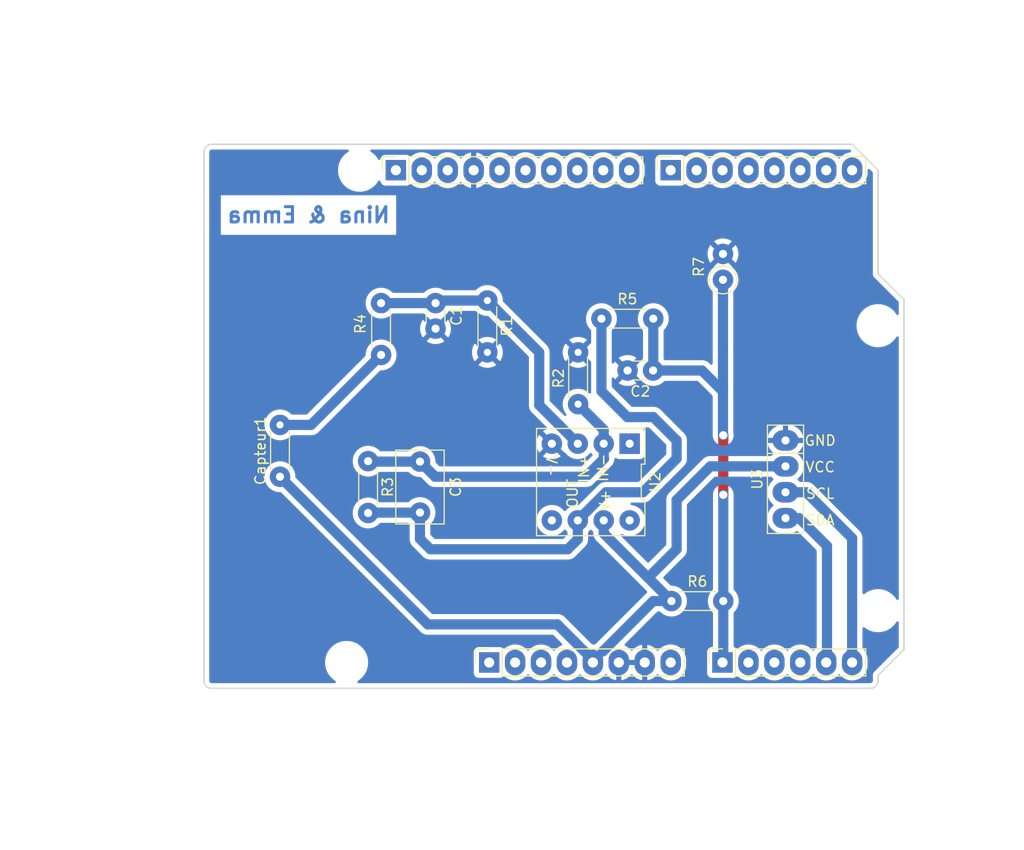
<source format=kicad_pcb>
(kicad_pcb (version 20211014) (generator pcbnew)
  (title_block (date "mar. 31 mars 2015"))
  (layers (0 "F.Cu" signal) (31 "B.Cu" signal) (34 "B.Paste" user) (35 "F.Paste" user) (36 "B.SilkS" user "B.Silkscreen") (37 "F.SilkS" user "F.Silkscreen") (38 "B.Mask" user) (39 "F.Mask" user) (44 "Edge.Cuts" user))
  (net 0 "")
  (net 1 "GND")
  (net 3 "+5V")
  (net 4 "/IOREF")
  (net 5 "ADC")
  (net 6 "/A1")
  (net 7 "/A2")
  (net 8 "/A3")
  (net 9 "/SDA{slash}A4")
  (net 10 "/SCL{slash}A5")
  (net 11 "/13")
  (net 12 "/12")
  (net 13 "/AREF")
  (net 14 "/8")
  (net 15 "/7")
  (net 16 "/*6")
  (net 17 "/4")
  (net 18 "/2")
  (net 19 "/*5")
  (net 20 "Net-(C3-Pad1)")
  (net 21 "/*3")
  (net 22 "/RX{slash}0")
  (net 23 "+3V3")
  (net 24 "VCC")
  (net 25 "/~{RESET}")
  (net 26 "Net-(C1-Pad1)")
  (net 27 "/11")
  (net 28 "Net-(C3-Pad2)")
  (net 29 "Net-(Capteur1-Pad2)")
  (net 30 "/9")
  (net 31 "/10")
  (net 32 "/A5")
  (net 33 "/A4")
  (net 37 "/TX{slash}1")
  (footprint "Connector_PinSocket_2.54mm:PinSocket_1x08_P2.54mm_Vertical" (layer "F.Cu") (at 127.94 97.46 90)
    (fp_text reference "J1" hide)
    (fp_text value "Power")
    (fp_line (start -1.33 19.11) (end 1.33 19.11) (layer "F.SilkS") (width 0.12))
    (fp_line (start 1.33 1.27) (end 1.33 19.11) (layer "F.SilkS") (width 0.12))
    (fp_line (start -1.33 1.27) (end 1.33 1.27) (layer "F.SilkS") (width 0.12))
    (fp_line (start 0 -1.33) (end 1.33 -1.33) (layer "F.SilkS") (width 0.12))
    (fp_line (start 1.33 -1.33) (end 1.33 0) (layer "F.SilkS") (width 0.12))
    (fp_line (start -1.33 1.27) (end -1.33 19.11) (layer "F.SilkS") (width 0.12))
    (pad "1" thru_hole rect locked (at 0 0 90) (size 2 2) (drill 1) (layers *.Cu *.Mask))
    (pad "2" thru_hole oval locked (at 0 2.54 90) (size 2.5 2) (drill 1) (layers *.Cu *.Mask) (net 4 "/IOREF"))
    (pad "3" thru_hole oval locked (at 0 5.08 90) (size 2.5 2) (drill 1) (layers *.Cu *.Mask) (net 25 "/~{RESET}"))
    (pad "4" thru_hole oval locked (at 0 7.62 90) (size 2.5 2) (drill 1) (layers *.Cu *.Mask) (net 23 "+3V3"))
    (pad "5" thru_hole oval locked (at 0 10.16 90) (size 2.5 2) (drill 1) (layers *.Cu *.Mask) (net 3 "+5V"))
    (pad "6" thru_hole oval locked (at 0 12.7 90) (size 2.5 2) (drill 1) (layers *.Cu *.Mask) (net 1 "GND"))
    (pad "7" thru_hole oval locked (at 0 15.24 90) (size 2.5 2) (drill 1) (layers *.Cu *.Mask) (net 1 "GND"))
    (pad "8" thru_hole oval locked (at 0 17.78 90) (size 2.5 2) (drill 1) (layers *.Cu *.Mask) (net 24 "VCC"))
  )
  (footprint "Connector_PinSocket_2.54mm:PinSocket_1x06_P2.54mm_Vertical" (layer "F.Cu") (at 150.8 97.46 90)
    (fp_text reference "J3" hide)
    (fp_text value "Analog")
    (fp_line (start 1.33 1.27) (end 1.33 14.03) (layer "F.SilkS") (width 0.12))
    (fp_line (start 0 -1.33) (end 1.33 -1.33) (layer "F.SilkS") (width 0.12))
    (fp_line (start -1.33 1.27) (end 1.33 1.27) (layer "F.SilkS") (width 0.12))
    (fp_line (start -1.33 1.27) (end -1.33 14.03) (layer "F.SilkS") (width 0.12))
    (fp_line (start -1.33 14.03) (end 1.33 14.03) (layer "F.SilkS") (width 0.12))
    (fp_line (start 1.33 -1.33) (end 1.33 0) (layer "F.SilkS") (width 0.12))
    (pad "1" thru_hole rect locked (at 0 0 90) (size 2 2) (drill 1) (layers *.Cu *.Mask) (net 5 "ADC"))
    (pad "2" thru_hole oval locked (at 0 2.54 90) (size 2.5 2) (drill 1) (layers *.Cu *.Mask) (net 6 "/A1"))
    (pad "3" thru_hole oval locked (at 0 5.08 90) (size 2.5 2) (drill 1) (layers *.Cu *.Mask) (net 7 "/A2"))
    (pad "4" thru_hole oval locked (at 0 7.62 90) (size 2.5 2) (drill 1) (layers *.Cu *.Mask) (net 8 "/A3"))
    (pad "5" thru_hole oval locked (at 0 10.16 90) (size 2.5 2) (drill 1) (layers *.Cu *.Mask) (net 9 "/SDA{slash}A4"))
    (pad "6" thru_hole oval locked (at 0 12.7 90) (size 2.5 2) (drill 1) (layers *.Cu *.Mask) (net 10 "/SCL{slash}A5"))
  )
  (footprint "Connector_PinSocket_2.54mm:PinSocket_1x10_P2.54mm_Vertical" (layer "F.Cu") (at 118.796 49.2 90)
    (fp_text reference "J2" hide)
    (fp_text value "Digital/PWM")
    (fp_line (start -1.33 24.19) (end 1.33 24.19) (layer "F.SilkS") (width 0.12))
    (fp_line (start -1.33 1.27) (end -1.33 24.19) (layer "F.SilkS") (width 0.12))
    (fp_line (start 1.33 -1.33) (end 1.33 0) (layer "F.SilkS") (width 0.12))
    (fp_line (start 0 -1.33) (end 1.33 -1.33) (layer "F.SilkS") (width 0.12))
    (fp_line (start 1.33 1.27) (end 1.33 24.19) (layer "F.SilkS") (width 0.12))
    (fp_line (start -1.33 1.27) (end 1.33 1.27) (layer "F.SilkS") (width 0.12))
    (pad "1" thru_hole rect locked (at 0 0 90) (size 2 2) (drill 1) (layers *.Cu *.Mask) (net 32 "/A5"))
    (pad "2" thru_hole oval locked (at 0 2.54 90) (size 2.5 2) (drill 1) (layers *.Cu *.Mask) (net 33 "/A4"))
    (pad "3" thru_hole oval locked (at 0 5.08 90) (size 2.5 2) (drill 1) (layers *.Cu *.Mask) (net 13 "/AREF"))
    (pad "4" thru_hole oval locked (at 0 7.62 90) (size 2.5 2) (drill 1) (layers *.Cu *.Mask) (net 1 "GND"))
    (pad "5" thru_hole oval locked (at 0 10.16 90) (size 2.5 2) (drill 1) (layers *.Cu *.Mask) (net 11 "/13"))
    (pad "6" thru_hole oval locked (at 0 12.7 90) (size 2.5 2) (drill 1) (layers *.Cu *.Mask) (net 12 "/12"))
    (pad "7" thru_hole oval locked (at 0 15.24 90) (size 2.5 2) (drill 1) (layers *.Cu *.Mask) (net 27 "/11"))
    (pad "8" thru_hole oval locked (at 0 17.78 90) (size 2.5 2) (drill 1) (layers *.Cu *.Mask) (net 31 "/10"))
    (pad "9" thru_hole oval locked (at 0 20.32 90) (size 2.5 2) (drill 1) (layers *.Cu *.Mask) (net 30 "/9"))
    (pad "10" thru_hole oval locked (at 0 22.86 90) (size 2.5 2) (drill 1) (layers *.Cu *.Mask) (net 14 "/8"))
  )
  (footprint "Connector_PinSocket_2.54mm:PinSocket_1x08_P2.54mm_Vertical" (layer "F.Cu") (at 145.72 49.2 90)
    (fp_text reference "J4" hide)
    (fp_text value "Digital/PWM")
    (fp_line (start -1.33 19.11) (end 1.33 19.11) (layer "F.SilkS") (width 0.12))
    (fp_line (start -1.33 1.27) (end -1.33 19.11) (layer "F.SilkS") (width 0.12))
    (fp_line (start 0 -1.33) (end 1.33 -1.33) (layer "F.SilkS") (width 0.12))
    (fp_line (start -1.33 1.27) (end 1.33 1.27) (layer "F.SilkS") (width 0.12))
    (fp_line (start 1.33 -1.33) (end 1.33 0) (layer "F.SilkS") (width 0.12))
    (fp_line (start 1.33 1.27) (end 1.33 19.11) (layer "F.SilkS") (width 0.12))
    (pad "1" thru_hole rect locked (at 0 0 90) (size 2 2) (drill 1) (layers *.Cu *.Mask) (net 15 "/7"))
    (pad "2" thru_hole oval locked (at 0 2.54 90) (size 2.5 2) (drill 1) (layers *.Cu *.Mask) (net 16 "/*6"))
    (pad "3" thru_hole oval locked (at 0 5.08 90) (size 2.5 2) (drill 1) (layers *.Cu *.Mask) (net 19 "/*5"))
    (pad "4" thru_hole oval locked (at 0 7.62 90) (size 2.5 2) (drill 1) (layers *.Cu *.Mask) (net 17 "/4"))
    (pad "5" thru_hole oval locked (at 0 10.16 90) (size 2.5 2) (drill 1) (layers *.Cu *.Mask) (net 21 "/*3"))
    (pad "6" thru_hole oval locked (at 0 12.7 90) (size 2.5 2) (drill 1) (layers *.Cu *.Mask) (net 18 "/2"))
    (pad "7" thru_hole oval locked (at 0 15.24 90) (size 2.5 2) (drill 1) (layers *.Cu *.Mask) (net 37 "/TX{slash}1"))
    (pad "8" thru_hole oval locked (at 0 17.78 90) (size 2.5 2) (drill 1) (layers *.Cu *.Mask) (net 22 "/RX{slash}0"))
  )
  (footprint "Librairie_Empreinte_Capteur_Graphite:OLED" (layer "F.Cu") (at 156.972 79.502 -90)
    (fp_text reference "U3" (at 0 2.77 90) (layer "F.SilkS"))
    (fp_text value "OLED")
    (fp_text user "SDA" (at 4 -3.4) (layer "F.SilkS"))
    (fp_text user "VCC" (at -1.2 -3.4) (layer "F.SilkS"))
    (fp_text user "GND" (at -3.8 -3.4) (layer "F.SilkS"))
    (fp_text user "SCL" (at 1.4 -3.4) (layer "F.SilkS"))
    (fp_line (start -5.31 -1.77) (end 5.31 -1.77) (layer "F.SilkS") (width 0.12))
    (fp_line (start 5.31 1.77) (end -5.31 1.77) (layer "F.SilkS") (width 0.12))
    (fp_line (start 5.31 -1.77) (end 5.31 1.77) (layer "F.SilkS") (width 0.12))
    (fp_line (start -5.31 1.77) (end -5.31 -1.77) (layer "F.SilkS") (width 0.12))
    (fp_line (start -2.54 -1.77) (end -2.54 1.77) (layer "F.SilkS") (width 0.12))
    (pad "1" thru_hole oval (at -3.81 0 270) (size 2 2.54) (drill 0.8) (layers *.Cu *.Mask) (net 1 "GND"))
    (pad "2" thru_hole oval (at -1.27 0 270) (size 2 2.54) (drill 0.8) (layers *.Cu *.Mask) (net 3 "+5V"))
    (pad "3" thru_hole oval (at 1.27 0 270) (size 2 2.54) (drill 0.8) (layers *.Cu *.Mask) (net 10 "/SCL{slash}A5"))
    (pad "4" thru_hole oval (at 3.81 0 270) (size 2 2.54) (drill 0.8) (layers *.Cu *.Mask) (net 9 "/SDA{slash}A4"))
  )
  (footprint "Resistor_THT:R_Axial_DIN0207_L6.3mm_D2.5mm_P2.54mm_Vertical" (layer "F.Cu") (at 150.847 59.944 90)
    (fp_text reference "R7" (at 1.27 -2.37 90) (layer "F.SilkS"))
    (fp_text value "Flex Sensor")
    (fp_line (start 1.37 0) (end 1.44 0) (layer "F.SilkS") (width 0.12))
    (fp_circle (center 0 0) (end 1.37 0) (layer "F.SilkS") (width 0.12) (fill none))
    (pad "1" thru_hole circle (at 0 0 90) (size 2 2) (drill 0.8) (layers *.Cu *.Mask) (net 5 "ADC"))
    (pad "2" thru_hole circle (at 2.54 0 90) (size 2 2) (drill 0.8) (layers *.Cu *.Mask) (net 1 "GND"))
  )
  (footprint "Librairie_Empreinte_Capteur_Graphite:LTC1050C" (layer "F.Cu") (at 137.89 79.77 180)
    (fp_text reference "U2" (at -6.31 0 90) (layer "F.SilkS"))
    (fp_text value "LTC1050C")
    (fp_text user "IN-" (at -1.2 1.4 90) (layer "F.SilkS"))
    (fp_text user "IN+" (at 0.65 1.29 90) (layer "F.SilkS"))
    (fp_text user "V-" (at 3.8354 1.6 270 unlocked) (layer "F.SilkS"))
    (fp_text user "OUT" (at 1.79 -1.12 90) (layer "F.SilkS"))
    (fp_text user "V+" (at -1.4 -1.8 90) (layer "F.SilkS"))
    (fp_line (start -4.95 1.753333) (end -5.31 1.753333) (layer "F.SilkS") (width 0.12))
    (fp_line (start -4.95 -1.753333) (end -4.95 1.753333) (layer "F.SilkS") (width 0.12))
    (fp_line (start -5.31 -1.753333) (end -4.95 -1.753333) (layer "F.SilkS") (width 0.12))
    (fp_line (start -5.31 -5.26) (end -5.31 -1.753333) (layer "F.SilkS") (width 0.12))
    (fp_line (start -5.31 5.26) (end 5.31 5.26) (layer "F.SilkS") (width 0.12))
    (fp_line (start 5.31 5.26) (end 5.31 -5.26) (layer "F.SilkS") (width 0.12))
    (fp_line (start 5.31 -5.26) (end -5.31 -5.26) (layer "F.SilkS") (width 0.12))
    (fp_line (start -5.31 1.753333) (end -5.31 5.26) (layer "F.SilkS") (width 0.12))
    (pad "1" thru_hole rect (at -3.81 3.76 180) (size 2 2) (drill 0.8) (layers *.Cu *.Mask))
    (pad "2" thru_hole circle (at -1.27 3.76 180) (size 2 2) (drill 0.8) (layers *.Cu *.Mask) (net 20 "Net-(C3-Pad1)"))
    (pad "3" thru_hole circle (at 1.27 3.76 180) (size 2 2) (drill 0.8) (layers *.Cu *.Mask) (net 26 "Net-(C1-Pad1)"))
    (pad "4" thru_hole circle (at 3.81 3.76 180) (size 2 2) (drill 0.8) (layers *.Cu *.Mask) (net 1 "GND"))
    (pad "5" thru_hole circle (at 3.81 -3.76 180) (size 2 2) (drill 0.8) (layers *.Cu *.Mask))
    (pad "6" thru_hole circle (at 1.27 -3.76 180) (size 2 2) (drill 0.8) (layers *.Cu *.Mask) (net 28 "Net-(C3-Pad2)"))
    (pad "7" thru_hole circle (at -1.27 -3.76 180) (size 2 2) (drill 0.8) (layers *.Cu *.Mask) (net 3 "+5V"))
    (pad "8" thru_hole circle (at -3.81 -3.76 180) (size 2 2) (drill 0.8) (layers *.Cu *.Mask))
  )
  (footprint "Arduino_MountingHole:MountingHole_3.2mm" (layer "F.Cu") (at 115.24 49.2)
    (fp_text reference "MH1" hide)
    (fp_text value "MountingHole_3.2mm" hide)
    (pad "" np_thru_hole circle locked (at 0 0) (size 3.2 3.2) (drill 3.2) (layers *.Cu *.Mask))
  )
  (footprint "Capacitor_THT:C_Rect_L7.0mm_W4.5mm_P5.00mm" (layer "F.Cu") (at 121.158 77.764 -90)
    (fp_text reference "C3" (at 2.5 -3.5 -270) (layer "F.SilkS"))
    (fp_text value "1u")
    (fp_line (start 6.12 -2.37) (end 6.12 2.37) (layer "F.SilkS") (width 0.12))
    (fp_line (start -1.12 -2.37) (end 6.12 -2.37) (layer "F.SilkS") (width 0.12))
    (fp_line (start -1.12 2.37) (end 6.12 2.37) (layer "F.SilkS") (width 0.12))
    (fp_line (start -1.12 -2.37) (end -1.12 2.37) (layer "F.SilkS") (width 0.12))
    (pad "1" thru_hole circle (at 0 0 270) (size 2 2) (drill 0.8) (layers *.Cu *.Mask) (net 20 "Net-(C3-Pad1)"))
    (pad "2" thru_hole circle (at 5 0 270) (size 2 2) (drill 0.8) (layers *.Cu *.Mask) (net 28 "Net-(C3-Pad2)"))
  )
  (footprint "Resistor_THT:R_Axial_DIN0204_L3.6mm_D1.6mm_P5.08mm_Horizontal" (layer "F.Cu") (at 136.652 72.136 90)
    (fp_text reference "R2" (at 2.54 -1.92 90) (layer "F.SilkS"))
    (fp_text value "1k")
    (fp_line (start 0.62 0.92) (end 4.46 0.92) (layer "F.SilkS") (width 0.12))
    (fp_line (start 0.62 -0.92) (end 4.46 -0.92) (layer "F.SilkS") (width 0.12))
    (pad "1" thru_hole circle (at 0 0 90) (size 2 2) (drill 0.7) (layers *.Cu *.Mask) (net 20 "Net-(C3-Pad1)"))
    (pad "2" thru_hole circle (at 5.08 0 90) (size 2 2) (drill 0.7) (layers *.Cu *.Mask) (net 1 "GND"))
  )
  (footprint "Resistor_THT:R_Axial_DIN0204_L3.6mm_D1.6mm_P5.08mm_Horizontal" (layer "F.Cu") (at 116.078 77.724 -90)
    (fp_text reference "R3" (at 2.54 -1.92 -270) (layer "F.SilkS"))
    (fp_text value "100k")
    (fp_line (start 0.62 -0.92) (end 4.46 -0.92) (layer "F.SilkS") (width 0.12))
    (fp_line (start 0.62 0.92) (end 4.46 0.92) (layer "F.SilkS") (width 0.12))
    (pad "1" thru_hole circle (at 0 0 270) (size 2 2) (drill 0.8) (layers *.Cu *.Mask) (net 20 "Net-(C3-Pad1)"))
    (pad "2" thru_hole circle (at 5.08 0 270) (size 2 2) (drill 0.8) (layers *.Cu *.Mask) (net 28 "Net-(C3-Pad2)"))
  )
  (footprint "Resistor_THT:R_Axial_DIN0204_L3.6mm_D1.6mm_P5.08mm_Horizontal" (layer "F.Cu") (at 107.442 79.248 90)
    (fp_text reference "Capteur1" (at 2.54 -1.92 90) (layer "F.SilkS"))
    (fp_text value "R")
    (fp_line (start 0.62 -0.92) (end 4.46 -0.92) (layer "F.SilkS") (width 0.12))
    (fp_line (start 0.62 0.92) (end 4.46 0.92) (layer "F.SilkS") (width 0.12))
    (pad "1" thru_hole circle (at 0 0 90) (size 2 2) (drill 0.8) (layers *.Cu *.Mask) (net 3 "+5V"))
    (pad "2" thru_hole circle (at 5.08 0 90) (size 2 2) (drill 0.7) (layers *.Cu *.Mask) (net 29 "Net-(Capteur1-Pad2)"))
  )
  (footprint "Capacitor_THT:C_Disc_D3.0mm_W1.6mm_P2.50mm" (layer "F.Cu") (at 143.998 68.834 180)
    (fp_text reference "C2" (at 1.25 -2.05) (layer "F.SilkS"))
    (fp_text value "100n")
    (fp_line (start 0.621 -0.92) (end 1.879 -0.92) (layer "F.SilkS") (width 0.12))
    (fp_line (start 0.621 0.92) (end 1.879 0.92) (layer "F.SilkS") (width 0.12))
    (pad "1" thru_hole circle (at 0 0 180) (size 2 2) (drill 0.8) (layers *.Cu *.Mask) (net 5 "ADC"))
    (pad "2" thru_hole circle (at 2.5 0 180) (size 2 2) (drill 0.8) (layers *.Cu *.Mask) (net 1 "GND"))
  )
  (footprint "Resistor_THT:R_Axial_DIN0204_L3.6mm_D1.6mm_P5.08mm_Horizontal" (layer "F.Cu") (at 117.348 67.31 90)
    (fp_text reference "R4" (at 3.048 -2.032 90) (layer "F.SilkS"))
    (fp_text value "10k")
    (fp_line (start 0.62 0.92) (end 4.46 0.92) (layer "F.SilkS") (width 0.12))
    (fp_line (start 0.62 -0.92) (end 4.46 -0.92) (layer "F.SilkS") (width 0.12))
    (pad "1" thru_hole circle (at 0 0 90) (size 2 2) (drill 0.8) (layers *.Cu *.Mask) (net 29 "Net-(Capteur1-Pad2)"))
    (pad "2" thru_hole circle (at 5.08 0 90) (size 2 2) (drill 0.8) (layers *.Cu *.Mask) (net 26 "Net-(C1-Pad1)"))
  )
  (footprint "Resistor_THT:R_Axial_DIN0204_L3.6mm_D1.6mm_P5.08mm_Horizontal" (layer "F.Cu") (at 145.796 91.44)
    (fp_text reference "R6" (at 2.54 -1.92) (layer "F.SilkS"))
    (fp_text value "10k")
    (fp_line (start 0.62 -0.92) (end 4.46 -0.92) (layer "F.SilkS") (width 0.12))
    (fp_line (start 0.62 0.92) (end 4.46 0.92) (layer "F.SilkS") (width 0.12))
    (pad "1" thru_hole circle (at 0 0) (size 2 2) (drill 0.8) (layers *.Cu *.Mask) (net 3 "+5V"))
    (pad "2" thru_hole circle (at 5.08 0) (size 2 2) (drill 0.8) (layers *.Cu *.Mask) (net 5 "ADC"))
  )
  (footprint "Arduino_MountingHole:MountingHole_3.2mm" (layer "F.Cu") (at 113.97 97.46)
    (fp_text reference "MH2" hide)
    (fp_text value "MountingHole_3.2mm" hide)
    (pad "" np_thru_hole circle locked (at 0 0) (size 3.2 3.2) (drill 3.2) (layers *.Cu *.Mask))
  )
  (footprint "Arduino_MountingHole:MountingHole_3.2mm" (layer "F.Cu") (at 166.04 64.44)
    (fp_text reference "MH3" hide)
    (fp_text value "MountingHole_3.2mm" hide)
    (pad "" np_thru_hole circle locked (at 0 0) (size 3.2 3.2) (drill 3.2) (layers *.Cu *.Mask))
  )
  (footprint "Resistor_THT:R_Axial_DIN0204_L3.6mm_D1.6mm_P5.08mm_Horizontal" (layer "F.Cu") (at 138.938 63.754)
    (fp_text reference "R5" (at 2.54 -1.92) (layer "F.SilkS"))
    (fp_text value "1k")
    (fp_line (start 0.62 -0.92) (end 4.46 -0.92) (layer "F.SilkS") (width 0.12))
    (fp_line (start 0.62 0.92) (end 4.46 0.92) (layer "F.SilkS") (width 0.12))
    (pad "1" thru_hole circle (at 0 0) (size 2 2) (drill 0.8) (layers *.Cu *.Mask) (net 28 "Net-(C3-Pad2)"))
    (pad "2" thru_hole circle (at 5.08 0) (size 2 2) (drill 0.8) (layers *.Cu *.Mask) (net 5 "ADC"))
  )
  (footprint "Arduino_MountingHole:MountingHole_3.2mm" (layer "F.Cu") (at 166.04 92.38)
    (fp_text reference "MH4" hide)
    (fp_text value "MountingHole_3.2mm" hide)
    (pad "" np_thru_hole circle locked (at 0 0) (size 3.2 3.2) (drill 3.2) (layers *.Cu *.Mask))
  )
  (footprint "Capacitor_THT:C_Disc_D3.0mm_W1.6mm_P2.50mm" (layer "F.Cu") (at 122.682 62.23 -90)
    (fp_text reference "C1" (at 1.25 -2.05 90) (layer "F.SilkS"))
    (fp_text value "100n")
    (fp_line (start 0.621 0.92) (end 1.879 0.92) (layer "F.SilkS") (width 0.12))
    (fp_line (start 0.621 -0.92) (end 1.879 -0.92) (layer "F.SilkS") (width 0.12))
    (pad "1" thru_hole circle (at 0 0 270) (size 2 2) (drill 0.8) (layers *.Cu *.Mask) (net 26 "Net-(C1-Pad1)"))
    (pad "2" thru_hole circle (at 2.5 0 270) (size 2 2) (drill 0.8) (layers *.Cu *.Mask) (net 1 "GND"))
  )
  (footprint "Resistor_THT:R_Axial_DIN0204_L3.6mm_D1.6mm_P5.08mm_Horizontal" (layer "F.Cu") (at 127.762 61.976 -90)
    (fp_text reference "R1" (at 2.54 -1.92 90) (layer "F.SilkS"))
    (fp_text value "100k")
    (fp_line (start 0.62 0.92) (end 4.46 0.92) (layer "F.SilkS") (width 0.12))
    (fp_line (start 0.62 -0.92) (end 4.46 -0.92) (layer "F.SilkS") (width 0.12))
    (pad "1" thru_hole circle (at 0 0 270) (size 2 2) (drill 0.7) (layers *.Cu *.Mask) (net 26 "Net-(C1-Pad1)"))
    (pad "2" thru_hole circle (at 5.08 0 270) (size 2 2) (drill 0.7) (layers *.Cu *.Mask) (net 1 "GND"))
  )
  (gr_line (start 166.04 59.36) (end 168.58 61.9) (layer "Edge.Cuts") (width 0.15))
  (gr_line (start 100 99.238) (end 100 47.422) (layer "Edge.Cuts") (width 0.15))
  (gr_line (start 168.58 61.9) (end 168.58 96.19) (layer "Edge.Cuts") (width 0.15))
  (gr_line (start 165.278 100) (end 100.762 100) (layer "Edge.Cuts") (width 0.15))
  (gr_line (start 100.762 46.66) (end 163.5 46.66) (layer "Edge.Cuts") (width 0.15))
  (gr_arc (start 100.762 100) (mid 100.223185 99.776815) (end 100 99.238) (layer "Edge.Cuts") (width 0.15))
  (gr_line (start 168.58 96.19) (end 166.04 98.73) (layer "Edge.Cuts") (width 0.15))
  (gr_line (start 163.5 46.66) (end 166.04 49.2) (layer "Edge.Cuts") (width 0.15))
  (gr_arc (start 166.04 99.238) (mid 165.816815 99.776815) (end 165.278 100) (layer "Edge.Cuts") (width 0.15))
  (gr_line (start 166.04 49.2) (end 166.04 59.36) (layer "Edge.Cuts") (width 0.15))
  (gr_line (start 166.04 98.73) (end 166.04 99.238) (layer "Edge.Cuts") (width 0.15))
  (gr_arc (start 100 47.422) (mid 100.223185 46.883185) (end 100.762 46.66) (layer "Edge.Cuts") (width 0.15))
  (gr_text "Nina & Emma" (at 110.236 53.594) (layer "B.Cu") (effects (font (size 1.5 1.5) (thickness 0.3)) (justify mirror)))
  (segment (start 145.796 91.44) (end 143.51 89.154) (width 1) (layer "B.Cu") (net 3))
  (segment (start 149.606 78.232) (end 146.304 81.534) (width 1) (layer "B.Cu") (net 3))
  (segment (start 107.442 79.248) (end 121.92 93.726) (width 1) (layer "B.Cu") (net 3))
  (segment (start 121.92 93.726) (end 134.62 93.726) (width 1) (layer "B.Cu") (net 3))
  (segment (start 143.51 89.154) (end 139.16 84.804) (width 1) (layer "B.Cu") (net 3))
  (segment (start 139.16 84.804) (end 139.16 83.53) (width 1) (layer "B.Cu") (net 3))
  (segment (start 145.796 91.44) (end 144.005837 91.44) (width 1) (layer "B.Cu") (net 3))
  (segment (start 146.304 81.534) (end 146.304 86.36) (width 1) (layer "B.Cu") (net 3))
  (segment (start 156.972 78.232) (end 149.606 78.232) (width 1) (layer "B.Cu") (net 3))
  (segment (start 134.62 93.726) (end 138.1 97.206) (width 1) (layer "B.Cu") (net 3))
  (segment (start 138.1 97.206) (end 138.1 97.46) (width 1) (layer "B.Cu") (net 3))
  (segment (start 144.005837 91.44) (end 139.058918 96.386919) (width 1) (layer "B.Cu") (net 3))
  (segment (start 146.304 86.36) (end 143.51 89.154) (width 1) (layer "B.Cu") (net 3))
  (segment (start 150.876 81.026) (end 150.876 75.184) (width 1) (layer "F.Cu") (net 5))
  (via (at 150.876 75.184) (size 1) (drill 0.8) (layers "F.Cu" "B.Cu") (net 5))
  (via (at 150.876 81.026) (size 1) (drill 0.8) (layers "F.Cu" "B.Cu") (net 5))
  (segment (start 150.847 70.895) (end 150.847 66.773) (width 1) (layer "B.Cu") (net 5))
  (segment (start 150.876 97.384) (end 150.8 97.46) (width 1) (layer "B.Cu") (net 5))
  (segment (start 150.876 91.44) (end 150.876 97.384) (width 1) (layer "B.Cu") (net 5))
  (segment (start 144.018 63.754) (end 144.018 68.814) (width 1) (layer "B.Cu") (net 5))
  (segment (start 150.847 75.155) (end 150.847 70.895) (width 1) (layer "B.Cu") (net 5))
  (segment (start 150.847 66.773) (end 150.847 59.944) (width 1) (layer "B.Cu") (net 5))
  (segment (start 143.998 68.834) (end 148.786 68.834) (width 1) (layer "B.Cu") (net 5))
  (segment (start 148.786 68.834) (end 150.847 70.895) (width 1) (layer "B.Cu") (net 5))
  (segment (start 150.876 75.184) (end 150.847 75.155) (width 1) (layer "B.Cu") (net 5))
  (segment (start 150.876 91.44) (end 150.876 81.026) (width 1) (layer "B.Cu") (net 5))
  (segment (start 144.018 68.814) (end 143.998 68.834) (width 1) (layer "B.Cu") (net 5))
  (segment (start 156.972 83.312) (end 158.312 83.312) (width 1) (layer "B.Cu") (net 9))
  (segment (start 158.312 83.312) (end 161.036 86.036) (width 1) (layer "B.Cu") (net 9))
  (segment (start 161.036 86.036) (end 161.036 97.384) (width 1) (layer "B.Cu") (net 9))
  (segment (start 161.036 97.384) (end 160.96 97.46) (width 1) (layer "B.Cu") (net 9))
  (segment (start 159.004 80.772) (end 163.5 85.268) (width 1) (layer "B.Cu") (net 10))
  (segment (start 163.5 85.268) (end 163.5 97.46) (width 1) (layer "B.Cu") (net 10))
  (segment (start 156.972 80.772) (end 159.004 80.772) (width 1) (layer "B.Cu") (net 10))
  (segment (start 137.414 79.248) (end 139.192 77.47) (width 1) (layer "B.Cu") (net 20))
  (segment (start 139.16 76.01) (end 139.16 74.644) (width 1) (layer "B.Cu") (net 20))
  (segment (start 137.414 79.248) (end 122.642 79.248) (width 1) (layer "B.Cu") (net 20))
  (segment (start 121.158 77.764) (end 116.118 77.764) (width 1) (layer "B.Cu") (net 20))
  (segment (start 139.192 77.47) (end 139.16 77.438) (width 1) (layer "B.Cu") (net 20))
  (segment (start 122.642 79.248) (end 121.158 77.764) (width 1) (layer "B.Cu") (net 20))
  (segment (start 139.16 74.644) (end 136.652 72.136) (width 1) (layer "B.Cu") (net 20))
  (segment (start 116.118 77.764) (end 116.078 77.724) (width 1) (layer "B.Cu") (net 20))
  (segment (start 139.16 77.438) (end 139.16 76.01) (width 1) (layer "B.Cu") (net 20))
  (segment (start 122.936 61.976) (end 122.682 62.23) (width 1) (layer "B.Cu") (net 26))
  (segment (start 127.762 61.976) (end 122.936 61.976) (width 1) (layer "B.Cu") (net 26))
  (segment (start 127.762 61.976) (end 132.842 67.056) (width 1) (layer "B.Cu") (net 26))
  (segment (start 132.842 67.056) (end 132.842 72.232) (width 1) (layer "B.Cu") (net 26))
  (segment (start 132.842 72.232) (end 136.62 76.01) (width 1) (layer "B.Cu") (net 26))
  (segment (start 117.348 62.23) (end 122.682 62.23) (width 1) (layer "B.Cu") (net 26))
  (segment (start 116.118 82.764) (end 116.078 82.804) (width 1) (layer "B.Cu") (net 28))
  (segment (start 136.62 85.376) (end 135.636 86.36) (width 1) (layer "B.Cu") (net 28))
  (segment (start 141.478 73.406) (end 144.018 73.406) (width 1) (layer "B.Cu") (net 28))
  (segment (start 121.158 82.764) (end 116.118 82.764) (width 1) (layer "B.Cu") (net 28))
  (segment (start 143.002 80.772) (end 139.378 80.772) (width 1) (layer "B.Cu") (net 28))
  (segment (start 138.938 70.866) (end 141.478 73.406) (width 1) (layer "B.Cu") (net 28))
  (segment (start 139.378 80.772) (end 136.62 83.53) (width 1) (layer "B.Cu") (net 28))
  (segment (start 136.62 83.53) (end 136.62 85.376) (width 1) (layer "B.Cu") (net 28))
  (segment (start 122.174 86.36) (end 121.158 85.344) (width 1) (layer "B.Cu") (net 28))
  (segment (start 146.304 77.47) (end 143.002 80.772) (width 1) (layer "B.Cu") (net 28))
  (segment (start 121.158 85.344) (end 121.158 82.764) (width 1) (layer "B.Cu") (net 28))
  (segment (start 146.304 75.692) (end 146.304 77.47) (width 1) (layer "B.Cu") (net 28))
  (segment (start 144.018 73.406) (end 146.304 75.692) (width 1) (layer "B.Cu") (net 28))
  (segment (start 135.636 86.36) (end 122.174 86.36) (width 1) (layer "B.Cu") (net 28))
  (segment (start 138.938 63.754) (end 138.938 70.866) (width 1) (layer "B.Cu") (net 28))
  (segment (start 110.49 74.168) (end 107.442 74.168) (width 1) (layer "B.Cu") (net 29))
  (segment (start 117.348 67.31) (end 110.49 74.168) (width 1) (layer "B.Cu") (net 29))
  (zone (net 1) (net_name "GND") (layer "B.Cu") (connect_pads (clearance 0.508)) (min_thickness 0.254) (fill yes (thermal_gap 0.508) (thermal_bridge_width 0.508))
    (polygon (pts (xy 178.816 115.062) (xy 80.349248 115.568256) (xy 80.264 115.824) (xy 80.273458 115.568645) (xy 80.01 115.57) (xy 80.290737 115.102105) (xy 83.312 33.528) (xy 180.34 32.512)))
  )
)
</source>
